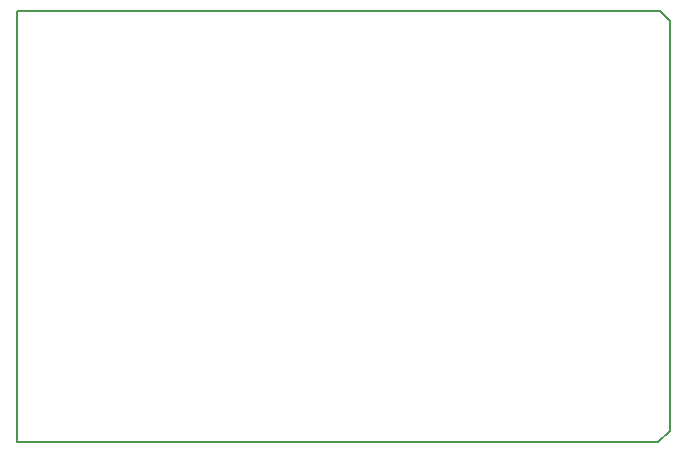
<source format=gko>
G04*
G04 #@! TF.GenerationSoftware,Altium Limited,Altium Designer,19.0.4 (130)*
G04*
G04 Layer_Color=16711935*
%FSTAX24Y24*%
%MOIN*%
G70*
G01*
G75*
%ADD17C,0.0050*%
D17*
X054773Y023375D02*
X055826Y023386D01*
X03445Y023375D02*
Y024D01*
Y023375D02*
X054773D01*
X03445Y03775D02*
X03445Y024D01*
X03445Y03775D02*
X05588D01*
X055826Y023386D02*
X0562Y02376D01*
Y02525D01*
Y03743D01*
X05588Y03775D02*
X0562Y03743D01*
M02*

</source>
